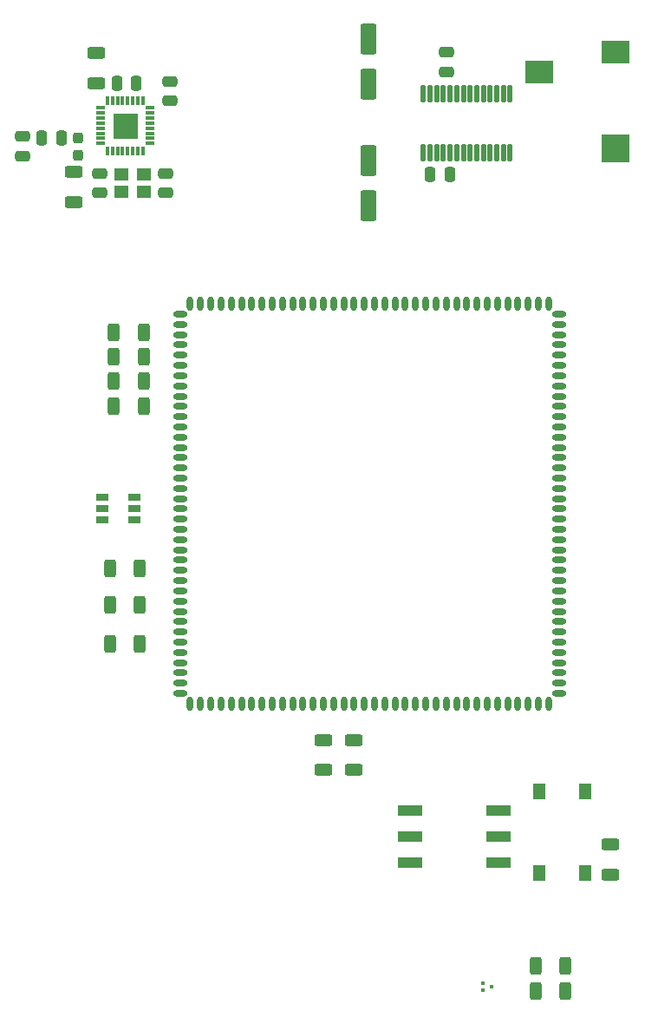
<source format=gbr>
%TF.GenerationSoftware,KiCad,Pcbnew,7.0.1*%
%TF.CreationDate,2023-08-09T19:54:46+10:00*%
%TF.ProjectId,STM32MP151_Dev_Board,53544d33-324d-4503-9135-315f4465765f,rev?*%
%TF.SameCoordinates,Original*%
%TF.FileFunction,Paste,Bot*%
%TF.FilePolarity,Positive*%
%FSLAX46Y46*%
G04 Gerber Fmt 4.6, Leading zero omitted, Abs format (unit mm)*
G04 Created by KiCad (PCBNEW 7.0.1) date 2023-08-09 19:54:46*
%MOMM*%
%LPD*%
G01*
G04 APERTURE LIST*
G04 Aperture macros list*
%AMRoundRect*
0 Rectangle with rounded corners*
0 $1 Rounding radius*
0 $2 $3 $4 $5 $6 $7 $8 $9 X,Y pos of 4 corners*
0 Add a 4 corners polygon primitive as box body*
4,1,4,$2,$3,$4,$5,$6,$7,$8,$9,$2,$3,0*
0 Add four circle primitives for the rounded corners*
1,1,$1+$1,$2,$3*
1,1,$1+$1,$4,$5*
1,1,$1+$1,$6,$7*
1,1,$1+$1,$8,$9*
0 Add four rect primitives between the rounded corners*
20,1,$1+$1,$2,$3,$4,$5,0*
20,1,$1+$1,$4,$5,$6,$7,0*
20,1,$1+$1,$6,$7,$8,$9,0*
20,1,$1+$1,$8,$9,$2,$3,0*%
G04 Aperture macros list end*
%ADD10C,0.010000*%
%ADD11RoundRect,0.250000X-0.312500X-0.625000X0.312500X-0.625000X0.312500X0.625000X-0.312500X0.625000X0*%
%ADD12RoundRect,0.250000X0.312500X0.625000X-0.312500X0.625000X-0.312500X-0.625000X0.312500X-0.625000X0*%
%ADD13RoundRect,0.008100X-0.396900X-0.126900X0.396900X-0.126900X0.396900X0.126900X-0.396900X0.126900X0*%
%ADD14RoundRect,0.008100X-0.126900X0.396900X-0.126900X-0.396900X0.126900X-0.396900X0.126900X0.396900X0*%
%ADD15RoundRect,0.250000X-0.475000X0.250000X-0.475000X-0.250000X0.475000X-0.250000X0.475000X0.250000X0*%
%ADD16O,1.400000X0.600000*%
%ADD17O,0.600000X1.400000*%
%ADD18R,2.440000X1.120000*%
%ADD19RoundRect,0.250000X-0.250000X-0.475000X0.250000X-0.475000X0.250000X0.475000X-0.250000X0.475000X0*%
%ADD20RoundRect,0.250000X0.475000X-0.250000X0.475000X0.250000X-0.475000X0.250000X-0.475000X-0.250000X0*%
%ADD21R,1.300000X1.550000*%
%ADD22RoundRect,0.250000X0.250000X0.475000X-0.250000X0.475000X-0.250000X-0.475000X0.250000X-0.475000X0*%
%ADD23R,1.300000X0.700000*%
%ADD24RoundRect,0.250000X0.625000X-0.312500X0.625000X0.312500X-0.625000X0.312500X-0.625000X-0.312500X0*%
%ADD25RoundRect,0.237500X-0.237500X0.287500X-0.237500X-0.287500X0.237500X-0.287500X0.237500X0.287500X0*%
%ADD26R,1.400000X1.200000*%
%ADD27RoundRect,0.250000X-0.550000X1.250000X-0.550000X-1.250000X0.550000X-1.250000X0.550000X1.250000X0*%
%ADD28RoundRect,0.250000X-0.625000X0.312500X-0.625000X-0.312500X0.625000X-0.312500X0.625000X0.312500X0*%
%ADD29RoundRect,0.020500X-0.184500X0.764500X-0.184500X-0.764500X0.184500X-0.764500X0.184500X0.764500X0*%
%ADD30R,2.800000X2.200000*%
%ADD31R,2.800000X2.800000*%
%ADD32R,0.300000X0.300000*%
%ADD33RoundRect,0.250000X0.550000X-1.250000X0.550000X1.250000X-0.550000X1.250000X-0.550000X-1.250000X0*%
G04 APERTURE END LIST*
%TO.C,U7*%
D10*
X36815000Y-27770000D02*
X34475000Y-27770000D01*
X34475000Y-25430000D01*
X36815000Y-25430000D01*
X36815000Y-27770000D01*
G36*
X36815000Y-27770000D02*
G01*
X34475000Y-27770000D01*
X34475000Y-25430000D01*
X36815000Y-25430000D01*
X36815000Y-27770000D01*
G37*
%TD*%
D11*
%TO.C,R27*%
X75737500Y-108600000D03*
X78662500Y-108600000D03*
%TD*%
D12*
%TO.C,R23*%
X37462500Y-54000000D03*
X34537500Y-54000000D03*
%TD*%
D13*
%TO.C,U7*%
X33200000Y-28350000D03*
X33200000Y-27850000D03*
X33200000Y-27350000D03*
X33200000Y-26850000D03*
X33200000Y-26350000D03*
X33200000Y-25850000D03*
X33200000Y-25350000D03*
X33200000Y-24850000D03*
D14*
X33895000Y-24155000D03*
X34395000Y-24155000D03*
X34895000Y-24155000D03*
X35395000Y-24155000D03*
X35895000Y-24155000D03*
X36395000Y-24155000D03*
X36895000Y-24155000D03*
X37395000Y-24155000D03*
D13*
X38090000Y-24850000D03*
X38090000Y-25350000D03*
X38090000Y-25850000D03*
X38090000Y-26350000D03*
X38090000Y-26850000D03*
X38090000Y-27350000D03*
X38090000Y-27850000D03*
X38090000Y-28350000D03*
D14*
X37395000Y-29045000D03*
X36895000Y-29045000D03*
X36395000Y-29045000D03*
X35895000Y-29045000D03*
X35395000Y-29045000D03*
X34895000Y-29045000D03*
X34395000Y-29045000D03*
X33895000Y-29045000D03*
%TD*%
D12*
%TO.C,R22*%
X37462500Y-51550000D03*
X34537500Y-51550000D03*
%TD*%
D15*
%TO.C,C7*%
X33195000Y-31250000D03*
X33195000Y-33150000D03*
%TD*%
%TO.C,C16*%
X25645000Y-27650000D03*
X25645000Y-29550000D03*
%TD*%
D12*
%TO.C,R20*%
X37462500Y-46800000D03*
X34537500Y-46800000D03*
%TD*%
D16*
%TO.C,U1*%
X78000000Y-45000000D03*
X78000000Y-46000000D03*
X78000000Y-47000000D03*
X78000000Y-48000000D03*
X78000000Y-49000000D03*
X78000000Y-50000000D03*
X78000000Y-51000000D03*
X78000000Y-52000000D03*
X78000000Y-53000000D03*
X78000000Y-54000000D03*
X78000000Y-55000000D03*
X78000000Y-56000000D03*
X78000000Y-57000000D03*
X78000000Y-58000000D03*
X78000000Y-59000000D03*
X78000000Y-60000000D03*
X78000000Y-61000000D03*
X78000000Y-62000000D03*
X78000000Y-63000000D03*
X78000000Y-64000000D03*
X78000000Y-65000000D03*
X78000000Y-66000000D03*
X78000000Y-67000000D03*
X78000000Y-68000000D03*
X78000000Y-69000000D03*
X78000000Y-70000000D03*
X78000000Y-71000000D03*
X78000000Y-72000000D03*
X78000000Y-73000000D03*
X78000000Y-74000000D03*
X78000000Y-75000000D03*
X78000000Y-76000000D03*
X78000000Y-77000000D03*
X78000000Y-78000000D03*
X78000000Y-79000000D03*
X78000000Y-80000000D03*
X78000000Y-81000000D03*
X78000000Y-82000000D03*
D17*
X77000000Y-83000000D03*
X76000000Y-83000000D03*
X75000000Y-83000000D03*
X74000000Y-83000000D03*
X73000000Y-83000000D03*
X72000000Y-83000000D03*
X71000000Y-83000000D03*
X70000000Y-83000000D03*
X69000000Y-83000000D03*
X68000000Y-83000000D03*
X67000000Y-83000000D03*
X66000000Y-83000000D03*
X65000000Y-83000000D03*
X64000000Y-83000000D03*
X63000000Y-83000000D03*
X62000000Y-83000000D03*
X61000000Y-83000000D03*
X60000000Y-83000000D03*
X59000000Y-83000000D03*
X58000000Y-83000000D03*
X57000000Y-83000000D03*
X56000000Y-83000000D03*
X55000000Y-83000000D03*
X54000000Y-83000000D03*
X53000000Y-83000000D03*
X52000000Y-83000000D03*
X51000000Y-83000000D03*
X50000000Y-83000000D03*
X49000000Y-83000000D03*
X48000000Y-83000000D03*
X47000000Y-83000000D03*
X46000000Y-83000000D03*
X45000000Y-83000000D03*
X44000000Y-83000000D03*
X43000000Y-83000000D03*
X42000000Y-83000000D03*
D16*
X41000000Y-82000000D03*
X41000000Y-81000000D03*
X41000000Y-80000000D03*
X41000000Y-79000000D03*
X41000000Y-78000000D03*
X41000000Y-77000000D03*
X41000000Y-76000000D03*
X41000000Y-75000000D03*
X41000000Y-74000000D03*
X41000000Y-73000000D03*
X41000000Y-72000000D03*
X41000000Y-71000000D03*
X41000000Y-70000000D03*
X41000000Y-69000000D03*
X41000000Y-68000000D03*
X41000000Y-67000000D03*
X41000000Y-66000000D03*
X41000000Y-65000000D03*
X41000000Y-64000000D03*
X41000000Y-63000000D03*
X41000000Y-62000000D03*
X41000000Y-61000000D03*
X41000000Y-60000000D03*
X41000000Y-59000000D03*
X41000000Y-58000000D03*
X41000000Y-57000000D03*
X41000000Y-56000000D03*
X41000000Y-55000000D03*
X41000000Y-54000000D03*
X41000000Y-53000000D03*
X41000000Y-52000000D03*
X41000000Y-51000000D03*
X41000000Y-50000000D03*
X41000000Y-49000000D03*
X41000000Y-48000000D03*
X41000000Y-47000000D03*
X41000000Y-46000000D03*
X41000000Y-45000000D03*
D17*
X42000000Y-44000000D03*
X43000000Y-44000000D03*
X44000000Y-44000000D03*
X45000000Y-44000000D03*
X46000000Y-44000000D03*
X47000000Y-44000000D03*
X48000000Y-44000000D03*
X49000000Y-44000000D03*
X50000000Y-44000000D03*
X51000000Y-44000000D03*
X52000000Y-44000000D03*
X53000000Y-44000000D03*
X54000000Y-44000000D03*
X55000000Y-44000000D03*
X56000000Y-44000000D03*
X57000000Y-44000000D03*
X58000000Y-44000000D03*
X59000000Y-44000000D03*
X60000000Y-44000000D03*
X61000000Y-44000000D03*
X62000000Y-44000000D03*
X63000000Y-44000000D03*
X64000000Y-44000000D03*
X65000000Y-44000000D03*
X66000000Y-44000000D03*
X67000000Y-44000000D03*
X68000000Y-44000000D03*
X69000000Y-44000000D03*
X70000000Y-44000000D03*
X71000000Y-44000000D03*
X72000000Y-44000000D03*
X73000000Y-44000000D03*
X74000000Y-44000000D03*
X75000000Y-44000000D03*
X76000000Y-44000000D03*
X77000000Y-44000000D03*
%TD*%
D18*
%TO.C,SW1*%
X72110000Y-93420000D03*
X72110000Y-95960000D03*
X72110000Y-98500000D03*
X63500000Y-98500000D03*
X63500000Y-95960000D03*
X63500000Y-93420000D03*
%TD*%
D19*
%TO.C,C8*%
X34845000Y-22445000D03*
X36745000Y-22445000D03*
%TD*%
D20*
%TO.C,C18*%
X67000000Y-21350000D03*
X67000000Y-19450000D03*
%TD*%
D21*
%TO.C,SW2*%
X80610000Y-99500000D03*
X80610000Y-91550000D03*
X76110000Y-99500000D03*
X76110000Y-91550000D03*
%TD*%
D22*
%TO.C,C17*%
X29395000Y-27800000D03*
X27495000Y-27800000D03*
%TD*%
D23*
%TO.C,D1*%
X36550000Y-62900000D03*
X36550000Y-64000000D03*
X36550000Y-65100000D03*
X33450000Y-65100000D03*
X33450000Y-64000000D03*
X33450000Y-62900000D03*
%TD*%
D24*
%TO.C,R18*%
X58000000Y-89462500D03*
X58000000Y-86537500D03*
%TD*%
D20*
%TO.C,C6*%
X39595000Y-33150000D03*
X39595000Y-31250000D03*
%TD*%
D12*
%TO.C,R24*%
X37062500Y-77200000D03*
X34137500Y-77200000D03*
%TD*%
D25*
%TO.C,L2*%
X31045000Y-27770000D03*
X31045000Y-29520000D03*
%TD*%
D11*
%TO.C,R28*%
X75737500Y-111000000D03*
X78662500Y-111000000D03*
%TD*%
D26*
%TO.C,Y2*%
X35295000Y-31350000D03*
X37495000Y-31350000D03*
X37495000Y-33050000D03*
X35295000Y-33050000D03*
%TD*%
D24*
%TO.C,R19*%
X55000000Y-89462500D03*
X55000000Y-86537500D03*
%TD*%
D27*
%TO.C,C12*%
X59400000Y-30000000D03*
X59400000Y-34400000D03*
%TD*%
D28*
%TO.C,R1*%
X32800000Y-19537500D03*
X32800000Y-22462500D03*
%TD*%
D29*
%TO.C,U4*%
X64775000Y-23530000D03*
X65425000Y-23530000D03*
X66075000Y-23530000D03*
X66725000Y-23530000D03*
X67375000Y-23530000D03*
X68025000Y-23530000D03*
X68675000Y-23530000D03*
X69325000Y-23530000D03*
X69975000Y-23530000D03*
X70625000Y-23530000D03*
X71275000Y-23530000D03*
X71925000Y-23530000D03*
X72575000Y-23530000D03*
X73225000Y-23530000D03*
X73225000Y-29270000D03*
X72575000Y-29270000D03*
X71925000Y-29270000D03*
X71275000Y-29270000D03*
X70625000Y-29270000D03*
X69975000Y-29270000D03*
X69325000Y-29270000D03*
X68675000Y-29270000D03*
X68025000Y-29270000D03*
X67375000Y-29270000D03*
X66725000Y-29270000D03*
X66075000Y-29270000D03*
X65425000Y-29270000D03*
X64775000Y-29270000D03*
%TD*%
D12*
%TO.C,R25*%
X37062500Y-73400000D03*
X34137500Y-73400000D03*
%TD*%
D24*
%TO.C,R2*%
X83000000Y-99662500D03*
X83000000Y-96737500D03*
%TD*%
D22*
%TO.C,C19*%
X67350000Y-31400000D03*
X65450000Y-31400000D03*
%TD*%
D12*
%TO.C,R26*%
X37062500Y-69800000D03*
X34137500Y-69800000D03*
%TD*%
%TO.C,R21*%
X37462500Y-49150000D03*
X34537500Y-49150000D03*
%TD*%
D30*
%TO.C,J2*%
X76100000Y-21400000D03*
X83500000Y-19400000D03*
D31*
X83500000Y-28800000D03*
%TD*%
D28*
%TO.C,R29*%
X30600000Y-31137500D03*
X30600000Y-34062500D03*
%TD*%
D20*
%TO.C,C14*%
X39995000Y-24195000D03*
X39995000Y-22295000D03*
%TD*%
D32*
%TO.C,U5*%
X70550000Y-110950000D03*
X70550000Y-110250000D03*
X71400000Y-110600000D03*
%TD*%
D33*
%TO.C,C20*%
X59400000Y-22600000D03*
X59400000Y-18200000D03*
%TD*%
M02*

</source>
